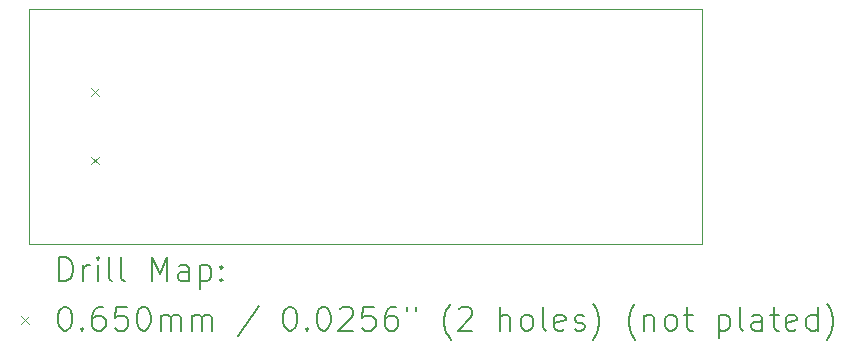
<source format=gbr>
%TF.GenerationSoftware,KiCad,Pcbnew,8.0.4*%
%TF.CreationDate,2024-10-03T21:36:24+02:00*%
%TF.ProjectId,Midi Stick,4d696469-2053-4746-9963-6b2e6b696361,2.0*%
%TF.SameCoordinates,Original*%
%TF.FileFunction,Drillmap*%
%TF.FilePolarity,Positive*%
%FSLAX45Y45*%
G04 Gerber Fmt 4.5, Leading zero omitted, Abs format (unit mm)*
G04 Created by KiCad (PCBNEW 8.0.4) date 2024-10-03 21:36:24*
%MOMM*%
%LPD*%
G01*
G04 APERTURE LIST*
%ADD10C,0.050000*%
%ADD11C,0.200000*%
%ADD12C,0.100000*%
G04 APERTURE END LIST*
D10*
X13288260Y-7365260D02*
X7593260Y-7365237D01*
X13289011Y-5374106D02*
X13288260Y-7365260D01*
X7593260Y-5374010D02*
X13289011Y-5374106D01*
X7593260Y-7365237D02*
X7593260Y-5374010D01*
D11*
D12*
X8118260Y-6048171D02*
X8183260Y-6113171D01*
X8183260Y-6048171D02*
X8118260Y-6113171D01*
X8118260Y-6626171D02*
X8183260Y-6691171D01*
X8183260Y-6626171D02*
X8118260Y-6691171D01*
D11*
X7851537Y-7679244D02*
X7851537Y-7479244D01*
X7851537Y-7479244D02*
X7899156Y-7479244D01*
X7899156Y-7479244D02*
X7927727Y-7488768D01*
X7927727Y-7488768D02*
X7946775Y-7507815D01*
X7946775Y-7507815D02*
X7956299Y-7526863D01*
X7956299Y-7526863D02*
X7965822Y-7564958D01*
X7965822Y-7564958D02*
X7965822Y-7593529D01*
X7965822Y-7593529D02*
X7956299Y-7631625D01*
X7956299Y-7631625D02*
X7946775Y-7650672D01*
X7946775Y-7650672D02*
X7927727Y-7669720D01*
X7927727Y-7669720D02*
X7899156Y-7679244D01*
X7899156Y-7679244D02*
X7851537Y-7679244D01*
X8051537Y-7679244D02*
X8051537Y-7545910D01*
X8051537Y-7584006D02*
X8061061Y-7564958D01*
X8061061Y-7564958D02*
X8070584Y-7555434D01*
X8070584Y-7555434D02*
X8089632Y-7545910D01*
X8089632Y-7545910D02*
X8108680Y-7545910D01*
X8175346Y-7679244D02*
X8175346Y-7545910D01*
X8175346Y-7479244D02*
X8165822Y-7488768D01*
X8165822Y-7488768D02*
X8175346Y-7498291D01*
X8175346Y-7498291D02*
X8184870Y-7488768D01*
X8184870Y-7488768D02*
X8175346Y-7479244D01*
X8175346Y-7479244D02*
X8175346Y-7498291D01*
X8299156Y-7679244D02*
X8280108Y-7669720D01*
X8280108Y-7669720D02*
X8270584Y-7650672D01*
X8270584Y-7650672D02*
X8270584Y-7479244D01*
X8403918Y-7679244D02*
X8384870Y-7669720D01*
X8384870Y-7669720D02*
X8375346Y-7650672D01*
X8375346Y-7650672D02*
X8375346Y-7479244D01*
X8632489Y-7679244D02*
X8632489Y-7479244D01*
X8632489Y-7479244D02*
X8699156Y-7622101D01*
X8699156Y-7622101D02*
X8765823Y-7479244D01*
X8765823Y-7479244D02*
X8765823Y-7679244D01*
X8946775Y-7679244D02*
X8946775Y-7574482D01*
X8946775Y-7574482D02*
X8937251Y-7555434D01*
X8937251Y-7555434D02*
X8918204Y-7545910D01*
X8918204Y-7545910D02*
X8880108Y-7545910D01*
X8880108Y-7545910D02*
X8861061Y-7555434D01*
X8946775Y-7669720D02*
X8927727Y-7679244D01*
X8927727Y-7679244D02*
X8880108Y-7679244D01*
X8880108Y-7679244D02*
X8861061Y-7669720D01*
X8861061Y-7669720D02*
X8851537Y-7650672D01*
X8851537Y-7650672D02*
X8851537Y-7631625D01*
X8851537Y-7631625D02*
X8861061Y-7612577D01*
X8861061Y-7612577D02*
X8880108Y-7603053D01*
X8880108Y-7603053D02*
X8927727Y-7603053D01*
X8927727Y-7603053D02*
X8946775Y-7593529D01*
X9042013Y-7545910D02*
X9042013Y-7745910D01*
X9042013Y-7555434D02*
X9061061Y-7545910D01*
X9061061Y-7545910D02*
X9099156Y-7545910D01*
X9099156Y-7545910D02*
X9118204Y-7555434D01*
X9118204Y-7555434D02*
X9127727Y-7564958D01*
X9127727Y-7564958D02*
X9137251Y-7584006D01*
X9137251Y-7584006D02*
X9137251Y-7641148D01*
X9137251Y-7641148D02*
X9127727Y-7660196D01*
X9127727Y-7660196D02*
X9118204Y-7669720D01*
X9118204Y-7669720D02*
X9099156Y-7679244D01*
X9099156Y-7679244D02*
X9061061Y-7679244D01*
X9061061Y-7679244D02*
X9042013Y-7669720D01*
X9222965Y-7660196D02*
X9232489Y-7669720D01*
X9232489Y-7669720D02*
X9222965Y-7679244D01*
X9222965Y-7679244D02*
X9213442Y-7669720D01*
X9213442Y-7669720D02*
X9222965Y-7660196D01*
X9222965Y-7660196D02*
X9222965Y-7679244D01*
X9222965Y-7555434D02*
X9232489Y-7564958D01*
X9232489Y-7564958D02*
X9222965Y-7574482D01*
X9222965Y-7574482D02*
X9213442Y-7564958D01*
X9213442Y-7564958D02*
X9222965Y-7555434D01*
X9222965Y-7555434D02*
X9222965Y-7574482D01*
D12*
X7525760Y-7975260D02*
X7590760Y-8040260D01*
X7590760Y-7975260D02*
X7525760Y-8040260D01*
D11*
X7889632Y-7899244D02*
X7908680Y-7899244D01*
X7908680Y-7899244D02*
X7927727Y-7908768D01*
X7927727Y-7908768D02*
X7937251Y-7918291D01*
X7937251Y-7918291D02*
X7946775Y-7937339D01*
X7946775Y-7937339D02*
X7956299Y-7975434D01*
X7956299Y-7975434D02*
X7956299Y-8023053D01*
X7956299Y-8023053D02*
X7946775Y-8061148D01*
X7946775Y-8061148D02*
X7937251Y-8080196D01*
X7937251Y-8080196D02*
X7927727Y-8089720D01*
X7927727Y-8089720D02*
X7908680Y-8099244D01*
X7908680Y-8099244D02*
X7889632Y-8099244D01*
X7889632Y-8099244D02*
X7870584Y-8089720D01*
X7870584Y-8089720D02*
X7861061Y-8080196D01*
X7861061Y-8080196D02*
X7851537Y-8061148D01*
X7851537Y-8061148D02*
X7842013Y-8023053D01*
X7842013Y-8023053D02*
X7842013Y-7975434D01*
X7842013Y-7975434D02*
X7851537Y-7937339D01*
X7851537Y-7937339D02*
X7861061Y-7918291D01*
X7861061Y-7918291D02*
X7870584Y-7908768D01*
X7870584Y-7908768D02*
X7889632Y-7899244D01*
X8042013Y-8080196D02*
X8051537Y-8089720D01*
X8051537Y-8089720D02*
X8042013Y-8099244D01*
X8042013Y-8099244D02*
X8032489Y-8089720D01*
X8032489Y-8089720D02*
X8042013Y-8080196D01*
X8042013Y-8080196D02*
X8042013Y-8099244D01*
X8222965Y-7899244D02*
X8184870Y-7899244D01*
X8184870Y-7899244D02*
X8165822Y-7908768D01*
X8165822Y-7908768D02*
X8156299Y-7918291D01*
X8156299Y-7918291D02*
X8137251Y-7946863D01*
X8137251Y-7946863D02*
X8127727Y-7984958D01*
X8127727Y-7984958D02*
X8127727Y-8061148D01*
X8127727Y-8061148D02*
X8137251Y-8080196D01*
X8137251Y-8080196D02*
X8146775Y-8089720D01*
X8146775Y-8089720D02*
X8165822Y-8099244D01*
X8165822Y-8099244D02*
X8203918Y-8099244D01*
X8203918Y-8099244D02*
X8222965Y-8089720D01*
X8222965Y-8089720D02*
X8232489Y-8080196D01*
X8232489Y-8080196D02*
X8242013Y-8061148D01*
X8242013Y-8061148D02*
X8242013Y-8013529D01*
X8242013Y-8013529D02*
X8232489Y-7994482D01*
X8232489Y-7994482D02*
X8222965Y-7984958D01*
X8222965Y-7984958D02*
X8203918Y-7975434D01*
X8203918Y-7975434D02*
X8165822Y-7975434D01*
X8165822Y-7975434D02*
X8146775Y-7984958D01*
X8146775Y-7984958D02*
X8137251Y-7994482D01*
X8137251Y-7994482D02*
X8127727Y-8013529D01*
X8422965Y-7899244D02*
X8327727Y-7899244D01*
X8327727Y-7899244D02*
X8318203Y-7994482D01*
X8318203Y-7994482D02*
X8327727Y-7984958D01*
X8327727Y-7984958D02*
X8346775Y-7975434D01*
X8346775Y-7975434D02*
X8394394Y-7975434D01*
X8394394Y-7975434D02*
X8413442Y-7984958D01*
X8413442Y-7984958D02*
X8422965Y-7994482D01*
X8422965Y-7994482D02*
X8432489Y-8013529D01*
X8432489Y-8013529D02*
X8432489Y-8061148D01*
X8432489Y-8061148D02*
X8422965Y-8080196D01*
X8422965Y-8080196D02*
X8413442Y-8089720D01*
X8413442Y-8089720D02*
X8394394Y-8099244D01*
X8394394Y-8099244D02*
X8346775Y-8099244D01*
X8346775Y-8099244D02*
X8327727Y-8089720D01*
X8327727Y-8089720D02*
X8318203Y-8080196D01*
X8556299Y-7899244D02*
X8575346Y-7899244D01*
X8575346Y-7899244D02*
X8594394Y-7908768D01*
X8594394Y-7908768D02*
X8603918Y-7918291D01*
X8603918Y-7918291D02*
X8613442Y-7937339D01*
X8613442Y-7937339D02*
X8622965Y-7975434D01*
X8622965Y-7975434D02*
X8622965Y-8023053D01*
X8622965Y-8023053D02*
X8613442Y-8061148D01*
X8613442Y-8061148D02*
X8603918Y-8080196D01*
X8603918Y-8080196D02*
X8594394Y-8089720D01*
X8594394Y-8089720D02*
X8575346Y-8099244D01*
X8575346Y-8099244D02*
X8556299Y-8099244D01*
X8556299Y-8099244D02*
X8537251Y-8089720D01*
X8537251Y-8089720D02*
X8527727Y-8080196D01*
X8527727Y-8080196D02*
X8518204Y-8061148D01*
X8518204Y-8061148D02*
X8508680Y-8023053D01*
X8508680Y-8023053D02*
X8508680Y-7975434D01*
X8508680Y-7975434D02*
X8518204Y-7937339D01*
X8518204Y-7937339D02*
X8527727Y-7918291D01*
X8527727Y-7918291D02*
X8537251Y-7908768D01*
X8537251Y-7908768D02*
X8556299Y-7899244D01*
X8708680Y-8099244D02*
X8708680Y-7965910D01*
X8708680Y-7984958D02*
X8718204Y-7975434D01*
X8718204Y-7975434D02*
X8737251Y-7965910D01*
X8737251Y-7965910D02*
X8765823Y-7965910D01*
X8765823Y-7965910D02*
X8784870Y-7975434D01*
X8784870Y-7975434D02*
X8794394Y-7994482D01*
X8794394Y-7994482D02*
X8794394Y-8099244D01*
X8794394Y-7994482D02*
X8803918Y-7975434D01*
X8803918Y-7975434D02*
X8822965Y-7965910D01*
X8822965Y-7965910D02*
X8851537Y-7965910D01*
X8851537Y-7965910D02*
X8870585Y-7975434D01*
X8870585Y-7975434D02*
X8880108Y-7994482D01*
X8880108Y-7994482D02*
X8880108Y-8099244D01*
X8975346Y-8099244D02*
X8975346Y-7965910D01*
X8975346Y-7984958D02*
X8984870Y-7975434D01*
X8984870Y-7975434D02*
X9003918Y-7965910D01*
X9003918Y-7965910D02*
X9032489Y-7965910D01*
X9032489Y-7965910D02*
X9051537Y-7975434D01*
X9051537Y-7975434D02*
X9061061Y-7994482D01*
X9061061Y-7994482D02*
X9061061Y-8099244D01*
X9061061Y-7994482D02*
X9070585Y-7975434D01*
X9070585Y-7975434D02*
X9089632Y-7965910D01*
X9089632Y-7965910D02*
X9118204Y-7965910D01*
X9118204Y-7965910D02*
X9137251Y-7975434D01*
X9137251Y-7975434D02*
X9146775Y-7994482D01*
X9146775Y-7994482D02*
X9146775Y-8099244D01*
X9537251Y-7889720D02*
X9365823Y-8146863D01*
X9794394Y-7899244D02*
X9813442Y-7899244D01*
X9813442Y-7899244D02*
X9832489Y-7908768D01*
X9832489Y-7908768D02*
X9842013Y-7918291D01*
X9842013Y-7918291D02*
X9851537Y-7937339D01*
X9851537Y-7937339D02*
X9861061Y-7975434D01*
X9861061Y-7975434D02*
X9861061Y-8023053D01*
X9861061Y-8023053D02*
X9851537Y-8061148D01*
X9851537Y-8061148D02*
X9842013Y-8080196D01*
X9842013Y-8080196D02*
X9832489Y-8089720D01*
X9832489Y-8089720D02*
X9813442Y-8099244D01*
X9813442Y-8099244D02*
X9794394Y-8099244D01*
X9794394Y-8099244D02*
X9775347Y-8089720D01*
X9775347Y-8089720D02*
X9765823Y-8080196D01*
X9765823Y-8080196D02*
X9756299Y-8061148D01*
X9756299Y-8061148D02*
X9746775Y-8023053D01*
X9746775Y-8023053D02*
X9746775Y-7975434D01*
X9746775Y-7975434D02*
X9756299Y-7937339D01*
X9756299Y-7937339D02*
X9765823Y-7918291D01*
X9765823Y-7918291D02*
X9775347Y-7908768D01*
X9775347Y-7908768D02*
X9794394Y-7899244D01*
X9946775Y-8080196D02*
X9956299Y-8089720D01*
X9956299Y-8089720D02*
X9946775Y-8099244D01*
X9946775Y-8099244D02*
X9937251Y-8089720D01*
X9937251Y-8089720D02*
X9946775Y-8080196D01*
X9946775Y-8080196D02*
X9946775Y-8099244D01*
X10080108Y-7899244D02*
X10099156Y-7899244D01*
X10099156Y-7899244D02*
X10118204Y-7908768D01*
X10118204Y-7908768D02*
X10127728Y-7918291D01*
X10127728Y-7918291D02*
X10137251Y-7937339D01*
X10137251Y-7937339D02*
X10146775Y-7975434D01*
X10146775Y-7975434D02*
X10146775Y-8023053D01*
X10146775Y-8023053D02*
X10137251Y-8061148D01*
X10137251Y-8061148D02*
X10127728Y-8080196D01*
X10127728Y-8080196D02*
X10118204Y-8089720D01*
X10118204Y-8089720D02*
X10099156Y-8099244D01*
X10099156Y-8099244D02*
X10080108Y-8099244D01*
X10080108Y-8099244D02*
X10061061Y-8089720D01*
X10061061Y-8089720D02*
X10051537Y-8080196D01*
X10051537Y-8080196D02*
X10042013Y-8061148D01*
X10042013Y-8061148D02*
X10032489Y-8023053D01*
X10032489Y-8023053D02*
X10032489Y-7975434D01*
X10032489Y-7975434D02*
X10042013Y-7937339D01*
X10042013Y-7937339D02*
X10051537Y-7918291D01*
X10051537Y-7918291D02*
X10061061Y-7908768D01*
X10061061Y-7908768D02*
X10080108Y-7899244D01*
X10222966Y-7918291D02*
X10232489Y-7908768D01*
X10232489Y-7908768D02*
X10251537Y-7899244D01*
X10251537Y-7899244D02*
X10299156Y-7899244D01*
X10299156Y-7899244D02*
X10318204Y-7908768D01*
X10318204Y-7908768D02*
X10327728Y-7918291D01*
X10327728Y-7918291D02*
X10337251Y-7937339D01*
X10337251Y-7937339D02*
X10337251Y-7956387D01*
X10337251Y-7956387D02*
X10327728Y-7984958D01*
X10327728Y-7984958D02*
X10213442Y-8099244D01*
X10213442Y-8099244D02*
X10337251Y-8099244D01*
X10518204Y-7899244D02*
X10422966Y-7899244D01*
X10422966Y-7899244D02*
X10413442Y-7994482D01*
X10413442Y-7994482D02*
X10422966Y-7984958D01*
X10422966Y-7984958D02*
X10442013Y-7975434D01*
X10442013Y-7975434D02*
X10489632Y-7975434D01*
X10489632Y-7975434D02*
X10508680Y-7984958D01*
X10508680Y-7984958D02*
X10518204Y-7994482D01*
X10518204Y-7994482D02*
X10527728Y-8013529D01*
X10527728Y-8013529D02*
X10527728Y-8061148D01*
X10527728Y-8061148D02*
X10518204Y-8080196D01*
X10518204Y-8080196D02*
X10508680Y-8089720D01*
X10508680Y-8089720D02*
X10489632Y-8099244D01*
X10489632Y-8099244D02*
X10442013Y-8099244D01*
X10442013Y-8099244D02*
X10422966Y-8089720D01*
X10422966Y-8089720D02*
X10413442Y-8080196D01*
X10699156Y-7899244D02*
X10661061Y-7899244D01*
X10661061Y-7899244D02*
X10642013Y-7908768D01*
X10642013Y-7908768D02*
X10632489Y-7918291D01*
X10632489Y-7918291D02*
X10613442Y-7946863D01*
X10613442Y-7946863D02*
X10603918Y-7984958D01*
X10603918Y-7984958D02*
X10603918Y-8061148D01*
X10603918Y-8061148D02*
X10613442Y-8080196D01*
X10613442Y-8080196D02*
X10622966Y-8089720D01*
X10622966Y-8089720D02*
X10642013Y-8099244D01*
X10642013Y-8099244D02*
X10680109Y-8099244D01*
X10680109Y-8099244D02*
X10699156Y-8089720D01*
X10699156Y-8089720D02*
X10708680Y-8080196D01*
X10708680Y-8080196D02*
X10718204Y-8061148D01*
X10718204Y-8061148D02*
X10718204Y-8013529D01*
X10718204Y-8013529D02*
X10708680Y-7994482D01*
X10708680Y-7994482D02*
X10699156Y-7984958D01*
X10699156Y-7984958D02*
X10680109Y-7975434D01*
X10680109Y-7975434D02*
X10642013Y-7975434D01*
X10642013Y-7975434D02*
X10622966Y-7984958D01*
X10622966Y-7984958D02*
X10613442Y-7994482D01*
X10613442Y-7994482D02*
X10603918Y-8013529D01*
X10794394Y-7899244D02*
X10794394Y-7937339D01*
X10870585Y-7899244D02*
X10870585Y-7937339D01*
X11165823Y-8175434D02*
X11156299Y-8165910D01*
X11156299Y-8165910D02*
X11137251Y-8137339D01*
X11137251Y-8137339D02*
X11127728Y-8118291D01*
X11127728Y-8118291D02*
X11118204Y-8089720D01*
X11118204Y-8089720D02*
X11108680Y-8042101D01*
X11108680Y-8042101D02*
X11108680Y-8004006D01*
X11108680Y-8004006D02*
X11118204Y-7956387D01*
X11118204Y-7956387D02*
X11127728Y-7927815D01*
X11127728Y-7927815D02*
X11137251Y-7908768D01*
X11137251Y-7908768D02*
X11156299Y-7880196D01*
X11156299Y-7880196D02*
X11165823Y-7870672D01*
X11232489Y-7918291D02*
X11242013Y-7908768D01*
X11242013Y-7908768D02*
X11261061Y-7899244D01*
X11261061Y-7899244D02*
X11308680Y-7899244D01*
X11308680Y-7899244D02*
X11327728Y-7908768D01*
X11327728Y-7908768D02*
X11337251Y-7918291D01*
X11337251Y-7918291D02*
X11346775Y-7937339D01*
X11346775Y-7937339D02*
X11346775Y-7956387D01*
X11346775Y-7956387D02*
X11337251Y-7984958D01*
X11337251Y-7984958D02*
X11222966Y-8099244D01*
X11222966Y-8099244D02*
X11346775Y-8099244D01*
X11584870Y-8099244D02*
X11584870Y-7899244D01*
X11670585Y-8099244D02*
X11670585Y-7994482D01*
X11670585Y-7994482D02*
X11661061Y-7975434D01*
X11661061Y-7975434D02*
X11642013Y-7965910D01*
X11642013Y-7965910D02*
X11613442Y-7965910D01*
X11613442Y-7965910D02*
X11594394Y-7975434D01*
X11594394Y-7975434D02*
X11584870Y-7984958D01*
X11794394Y-8099244D02*
X11775347Y-8089720D01*
X11775347Y-8089720D02*
X11765823Y-8080196D01*
X11765823Y-8080196D02*
X11756299Y-8061148D01*
X11756299Y-8061148D02*
X11756299Y-8004006D01*
X11756299Y-8004006D02*
X11765823Y-7984958D01*
X11765823Y-7984958D02*
X11775347Y-7975434D01*
X11775347Y-7975434D02*
X11794394Y-7965910D01*
X11794394Y-7965910D02*
X11822966Y-7965910D01*
X11822966Y-7965910D02*
X11842013Y-7975434D01*
X11842013Y-7975434D02*
X11851537Y-7984958D01*
X11851537Y-7984958D02*
X11861061Y-8004006D01*
X11861061Y-8004006D02*
X11861061Y-8061148D01*
X11861061Y-8061148D02*
X11851537Y-8080196D01*
X11851537Y-8080196D02*
X11842013Y-8089720D01*
X11842013Y-8089720D02*
X11822966Y-8099244D01*
X11822966Y-8099244D02*
X11794394Y-8099244D01*
X11975347Y-8099244D02*
X11956299Y-8089720D01*
X11956299Y-8089720D02*
X11946775Y-8070672D01*
X11946775Y-8070672D02*
X11946775Y-7899244D01*
X12127728Y-8089720D02*
X12108680Y-8099244D01*
X12108680Y-8099244D02*
X12070585Y-8099244D01*
X12070585Y-8099244D02*
X12051537Y-8089720D01*
X12051537Y-8089720D02*
X12042013Y-8070672D01*
X12042013Y-8070672D02*
X12042013Y-7994482D01*
X12042013Y-7994482D02*
X12051537Y-7975434D01*
X12051537Y-7975434D02*
X12070585Y-7965910D01*
X12070585Y-7965910D02*
X12108680Y-7965910D01*
X12108680Y-7965910D02*
X12127728Y-7975434D01*
X12127728Y-7975434D02*
X12137251Y-7994482D01*
X12137251Y-7994482D02*
X12137251Y-8013529D01*
X12137251Y-8013529D02*
X12042013Y-8032577D01*
X12213442Y-8089720D02*
X12232490Y-8099244D01*
X12232490Y-8099244D02*
X12270585Y-8099244D01*
X12270585Y-8099244D02*
X12289632Y-8089720D01*
X12289632Y-8089720D02*
X12299156Y-8070672D01*
X12299156Y-8070672D02*
X12299156Y-8061148D01*
X12299156Y-8061148D02*
X12289632Y-8042101D01*
X12289632Y-8042101D02*
X12270585Y-8032577D01*
X12270585Y-8032577D02*
X12242013Y-8032577D01*
X12242013Y-8032577D02*
X12222966Y-8023053D01*
X12222966Y-8023053D02*
X12213442Y-8004006D01*
X12213442Y-8004006D02*
X12213442Y-7994482D01*
X12213442Y-7994482D02*
X12222966Y-7975434D01*
X12222966Y-7975434D02*
X12242013Y-7965910D01*
X12242013Y-7965910D02*
X12270585Y-7965910D01*
X12270585Y-7965910D02*
X12289632Y-7975434D01*
X12365823Y-8175434D02*
X12375347Y-8165910D01*
X12375347Y-8165910D02*
X12394394Y-8137339D01*
X12394394Y-8137339D02*
X12403918Y-8118291D01*
X12403918Y-8118291D02*
X12413442Y-8089720D01*
X12413442Y-8089720D02*
X12422966Y-8042101D01*
X12422966Y-8042101D02*
X12422966Y-8004006D01*
X12422966Y-8004006D02*
X12413442Y-7956387D01*
X12413442Y-7956387D02*
X12403918Y-7927815D01*
X12403918Y-7927815D02*
X12394394Y-7908768D01*
X12394394Y-7908768D02*
X12375347Y-7880196D01*
X12375347Y-7880196D02*
X12365823Y-7870672D01*
X12727728Y-8175434D02*
X12718204Y-8165910D01*
X12718204Y-8165910D02*
X12699156Y-8137339D01*
X12699156Y-8137339D02*
X12689632Y-8118291D01*
X12689632Y-8118291D02*
X12680109Y-8089720D01*
X12680109Y-8089720D02*
X12670585Y-8042101D01*
X12670585Y-8042101D02*
X12670585Y-8004006D01*
X12670585Y-8004006D02*
X12680109Y-7956387D01*
X12680109Y-7956387D02*
X12689632Y-7927815D01*
X12689632Y-7927815D02*
X12699156Y-7908768D01*
X12699156Y-7908768D02*
X12718204Y-7880196D01*
X12718204Y-7880196D02*
X12727728Y-7870672D01*
X12803918Y-7965910D02*
X12803918Y-8099244D01*
X12803918Y-7984958D02*
X12813442Y-7975434D01*
X12813442Y-7975434D02*
X12832490Y-7965910D01*
X12832490Y-7965910D02*
X12861061Y-7965910D01*
X12861061Y-7965910D02*
X12880109Y-7975434D01*
X12880109Y-7975434D02*
X12889632Y-7994482D01*
X12889632Y-7994482D02*
X12889632Y-8099244D01*
X13013442Y-8099244D02*
X12994394Y-8089720D01*
X12994394Y-8089720D02*
X12984871Y-8080196D01*
X12984871Y-8080196D02*
X12975347Y-8061148D01*
X12975347Y-8061148D02*
X12975347Y-8004006D01*
X12975347Y-8004006D02*
X12984871Y-7984958D01*
X12984871Y-7984958D02*
X12994394Y-7975434D01*
X12994394Y-7975434D02*
X13013442Y-7965910D01*
X13013442Y-7965910D02*
X13042013Y-7965910D01*
X13042013Y-7965910D02*
X13061061Y-7975434D01*
X13061061Y-7975434D02*
X13070585Y-7984958D01*
X13070585Y-7984958D02*
X13080109Y-8004006D01*
X13080109Y-8004006D02*
X13080109Y-8061148D01*
X13080109Y-8061148D02*
X13070585Y-8080196D01*
X13070585Y-8080196D02*
X13061061Y-8089720D01*
X13061061Y-8089720D02*
X13042013Y-8099244D01*
X13042013Y-8099244D02*
X13013442Y-8099244D01*
X13137252Y-7965910D02*
X13213442Y-7965910D01*
X13165823Y-7899244D02*
X13165823Y-8070672D01*
X13165823Y-8070672D02*
X13175347Y-8089720D01*
X13175347Y-8089720D02*
X13194394Y-8099244D01*
X13194394Y-8099244D02*
X13213442Y-8099244D01*
X13432490Y-7965910D02*
X13432490Y-8165910D01*
X13432490Y-7975434D02*
X13451537Y-7965910D01*
X13451537Y-7965910D02*
X13489633Y-7965910D01*
X13489633Y-7965910D02*
X13508680Y-7975434D01*
X13508680Y-7975434D02*
X13518204Y-7984958D01*
X13518204Y-7984958D02*
X13527728Y-8004006D01*
X13527728Y-8004006D02*
X13527728Y-8061148D01*
X13527728Y-8061148D02*
X13518204Y-8080196D01*
X13518204Y-8080196D02*
X13508680Y-8089720D01*
X13508680Y-8089720D02*
X13489633Y-8099244D01*
X13489633Y-8099244D02*
X13451537Y-8099244D01*
X13451537Y-8099244D02*
X13432490Y-8089720D01*
X13642013Y-8099244D02*
X13622966Y-8089720D01*
X13622966Y-8089720D02*
X13613442Y-8070672D01*
X13613442Y-8070672D02*
X13613442Y-7899244D01*
X13803918Y-8099244D02*
X13803918Y-7994482D01*
X13803918Y-7994482D02*
X13794394Y-7975434D01*
X13794394Y-7975434D02*
X13775347Y-7965910D01*
X13775347Y-7965910D02*
X13737252Y-7965910D01*
X13737252Y-7965910D02*
X13718204Y-7975434D01*
X13803918Y-8089720D02*
X13784871Y-8099244D01*
X13784871Y-8099244D02*
X13737252Y-8099244D01*
X13737252Y-8099244D02*
X13718204Y-8089720D01*
X13718204Y-8089720D02*
X13708680Y-8070672D01*
X13708680Y-8070672D02*
X13708680Y-8051625D01*
X13708680Y-8051625D02*
X13718204Y-8032577D01*
X13718204Y-8032577D02*
X13737252Y-8023053D01*
X13737252Y-8023053D02*
X13784871Y-8023053D01*
X13784871Y-8023053D02*
X13803918Y-8013529D01*
X13870585Y-7965910D02*
X13946775Y-7965910D01*
X13899156Y-7899244D02*
X13899156Y-8070672D01*
X13899156Y-8070672D02*
X13908680Y-8089720D01*
X13908680Y-8089720D02*
X13927728Y-8099244D01*
X13927728Y-8099244D02*
X13946775Y-8099244D01*
X14089633Y-8089720D02*
X14070585Y-8099244D01*
X14070585Y-8099244D02*
X14032490Y-8099244D01*
X14032490Y-8099244D02*
X14013442Y-8089720D01*
X14013442Y-8089720D02*
X14003918Y-8070672D01*
X14003918Y-8070672D02*
X14003918Y-7994482D01*
X14003918Y-7994482D02*
X14013442Y-7975434D01*
X14013442Y-7975434D02*
X14032490Y-7965910D01*
X14032490Y-7965910D02*
X14070585Y-7965910D01*
X14070585Y-7965910D02*
X14089633Y-7975434D01*
X14089633Y-7975434D02*
X14099156Y-7994482D01*
X14099156Y-7994482D02*
X14099156Y-8013529D01*
X14099156Y-8013529D02*
X14003918Y-8032577D01*
X14270585Y-8099244D02*
X14270585Y-7899244D01*
X14270585Y-8089720D02*
X14251537Y-8099244D01*
X14251537Y-8099244D02*
X14213442Y-8099244D01*
X14213442Y-8099244D02*
X14194394Y-8089720D01*
X14194394Y-8089720D02*
X14184871Y-8080196D01*
X14184871Y-8080196D02*
X14175347Y-8061148D01*
X14175347Y-8061148D02*
X14175347Y-8004006D01*
X14175347Y-8004006D02*
X14184871Y-7984958D01*
X14184871Y-7984958D02*
X14194394Y-7975434D01*
X14194394Y-7975434D02*
X14213442Y-7965910D01*
X14213442Y-7965910D02*
X14251537Y-7965910D01*
X14251537Y-7965910D02*
X14270585Y-7975434D01*
X14346775Y-8175434D02*
X14356299Y-8165910D01*
X14356299Y-8165910D02*
X14375347Y-8137339D01*
X14375347Y-8137339D02*
X14384871Y-8118291D01*
X14384871Y-8118291D02*
X14394394Y-8089720D01*
X14394394Y-8089720D02*
X14403918Y-8042101D01*
X14403918Y-8042101D02*
X14403918Y-8004006D01*
X14403918Y-8004006D02*
X14394394Y-7956387D01*
X14394394Y-7956387D02*
X14384871Y-7927815D01*
X14384871Y-7927815D02*
X14375347Y-7908768D01*
X14375347Y-7908768D02*
X14356299Y-7880196D01*
X14356299Y-7880196D02*
X14346775Y-7870672D01*
M02*

</source>
